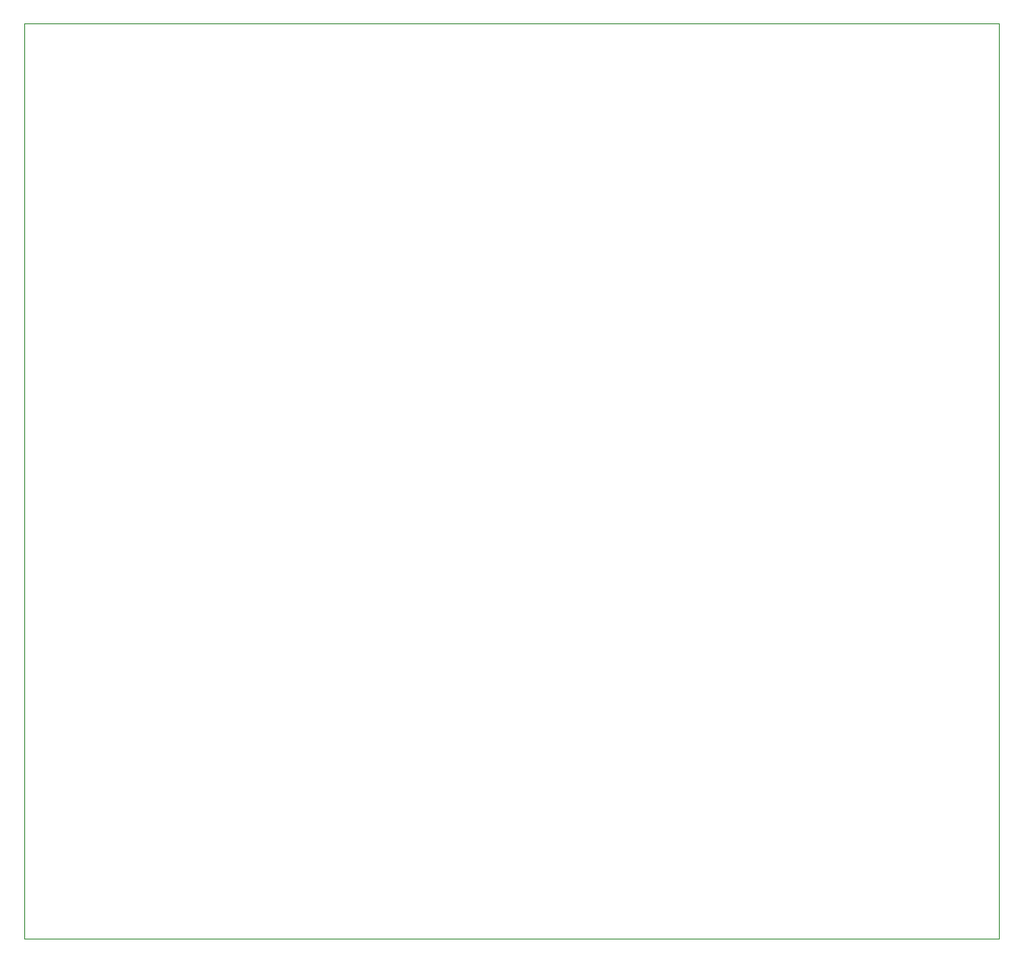
<source format=gbr>
%TF.GenerationSoftware,KiCad,Pcbnew,7.0.10*%
%TF.CreationDate,2024-11-14T14:37:11+00:00*%
%TF.ProjectId,DividerSwitch-R,44697669-6465-4725-9377-697463682d52,rev?*%
%TF.SameCoordinates,Original*%
%TF.FileFunction,Profile,NP*%
%FSLAX46Y46*%
G04 Gerber Fmt 4.6, Leading zero omitted, Abs format (unit mm)*
G04 Created by KiCad (PCBNEW 7.0.10) date 2024-11-14 14:37:11*
%MOMM*%
%LPD*%
G01*
G04 APERTURE LIST*
%TA.AperFunction,Profile*%
%ADD10C,0.050000*%
%TD*%
G04 APERTURE END LIST*
D10*
X96647000Y-51181000D02*
X191897000Y-51181000D01*
X191897000Y-140716000D01*
X96647000Y-140716000D01*
X96647000Y-51181000D01*
M02*

</source>
